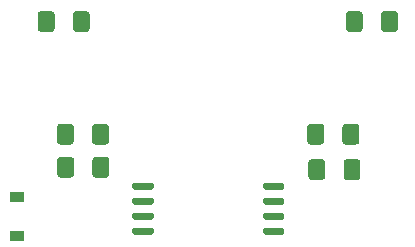
<source format=gtp>
G04 #@! TF.GenerationSoftware,KiCad,Pcbnew,(5.1.6)-1*
G04 #@! TF.CreationDate,2020-11-26T12:48:09+01:00*
G04 #@! TF.ProjectId,IsolationBarrier,49736f6c-6174-4696-9f6e-426172726965,rev?*
G04 #@! TF.SameCoordinates,Original*
G04 #@! TF.FileFunction,Paste,Top*
G04 #@! TF.FilePolarity,Positive*
%FSLAX46Y46*%
G04 Gerber Fmt 4.6, Leading zero omitted, Abs format (unit mm)*
G04 Created by KiCad (PCBNEW (5.1.6)-1) date 2020-11-26 12:48:09*
%MOMM*%
%LPD*%
G01*
G04 APERTURE LIST*
%ADD10R,1.200000X0.900000*%
G04 APERTURE END LIST*
G36*
G01*
X103946000Y-103528800D02*
X103946000Y-103228800D01*
G75*
G02*
X104096000Y-103078800I150000J0D01*
G01*
X105596000Y-103078800D01*
G75*
G02*
X105746000Y-103228800I0J-150000D01*
G01*
X105746000Y-103528800D01*
G75*
G02*
X105596000Y-103678800I-150000J0D01*
G01*
X104096000Y-103678800D01*
G75*
G02*
X103946000Y-103528800I0J150000D01*
G01*
G37*
G36*
G01*
X103946000Y-104798800D02*
X103946000Y-104498800D01*
G75*
G02*
X104096000Y-104348800I150000J0D01*
G01*
X105596000Y-104348800D01*
G75*
G02*
X105746000Y-104498800I0J-150000D01*
G01*
X105746000Y-104798800D01*
G75*
G02*
X105596000Y-104948800I-150000J0D01*
G01*
X104096000Y-104948800D01*
G75*
G02*
X103946000Y-104798800I0J150000D01*
G01*
G37*
G36*
G01*
X103946000Y-106068800D02*
X103946000Y-105768800D01*
G75*
G02*
X104096000Y-105618800I150000J0D01*
G01*
X105596000Y-105618800D01*
G75*
G02*
X105746000Y-105768800I0J-150000D01*
G01*
X105746000Y-106068800D01*
G75*
G02*
X105596000Y-106218800I-150000J0D01*
G01*
X104096000Y-106218800D01*
G75*
G02*
X103946000Y-106068800I0J150000D01*
G01*
G37*
G36*
G01*
X103946000Y-107338800D02*
X103946000Y-107038800D01*
G75*
G02*
X104096000Y-106888800I150000J0D01*
G01*
X105596000Y-106888800D01*
G75*
G02*
X105746000Y-107038800I0J-150000D01*
G01*
X105746000Y-107338800D01*
G75*
G02*
X105596000Y-107488800I-150000J0D01*
G01*
X104096000Y-107488800D01*
G75*
G02*
X103946000Y-107338800I0J150000D01*
G01*
G37*
G36*
G01*
X92896000Y-107338800D02*
X92896000Y-107038800D01*
G75*
G02*
X93046000Y-106888800I150000J0D01*
G01*
X94546000Y-106888800D01*
G75*
G02*
X94696000Y-107038800I0J-150000D01*
G01*
X94696000Y-107338800D01*
G75*
G02*
X94546000Y-107488800I-150000J0D01*
G01*
X93046000Y-107488800D01*
G75*
G02*
X92896000Y-107338800I0J150000D01*
G01*
G37*
G36*
G01*
X92896000Y-106068800D02*
X92896000Y-105768800D01*
G75*
G02*
X93046000Y-105618800I150000J0D01*
G01*
X94546000Y-105618800D01*
G75*
G02*
X94696000Y-105768800I0J-150000D01*
G01*
X94696000Y-106068800D01*
G75*
G02*
X94546000Y-106218800I-150000J0D01*
G01*
X93046000Y-106218800D01*
G75*
G02*
X92896000Y-106068800I0J150000D01*
G01*
G37*
G36*
G01*
X92896000Y-104798800D02*
X92896000Y-104498800D01*
G75*
G02*
X93046000Y-104348800I150000J0D01*
G01*
X94546000Y-104348800D01*
G75*
G02*
X94696000Y-104498800I0J-150000D01*
G01*
X94696000Y-104798800D01*
G75*
G02*
X94546000Y-104948800I-150000J0D01*
G01*
X93046000Y-104948800D01*
G75*
G02*
X92896000Y-104798800I0J150000D01*
G01*
G37*
G36*
G01*
X92896000Y-103528800D02*
X92896000Y-103228800D01*
G75*
G02*
X93046000Y-103078800I150000J0D01*
G01*
X94546000Y-103078800D01*
G75*
G02*
X94696000Y-103228800I0J-150000D01*
G01*
X94696000Y-103528800D01*
G75*
G02*
X94546000Y-103678800I-150000J0D01*
G01*
X93046000Y-103678800D01*
G75*
G02*
X92896000Y-103528800I0J150000D01*
G01*
G37*
D10*
X83121000Y-107583800D03*
X83121000Y-104283800D03*
G36*
G01*
X110680000Y-99608800D02*
X110680000Y-98358800D01*
G75*
G02*
X110930000Y-98108800I250000J0D01*
G01*
X111855000Y-98108800D01*
G75*
G02*
X112105000Y-98358800I0J-250000D01*
G01*
X112105000Y-99608800D01*
G75*
G02*
X111855000Y-99858800I-250000J0D01*
G01*
X110930000Y-99858800D01*
G75*
G02*
X110680000Y-99608800I0J250000D01*
G01*
G37*
G36*
G01*
X107705000Y-99608800D02*
X107705000Y-98358800D01*
G75*
G02*
X107955000Y-98108800I250000J0D01*
G01*
X108880000Y-98108800D01*
G75*
G02*
X109130000Y-98358800I0J-250000D01*
G01*
X109130000Y-99608800D01*
G75*
G02*
X108880000Y-99858800I-250000J0D01*
G01*
X107955000Y-99858800D01*
G75*
G02*
X107705000Y-99608800I0J250000D01*
G01*
G37*
G36*
G01*
X87933500Y-98358800D02*
X87933500Y-99608800D01*
G75*
G02*
X87683500Y-99858800I-250000J0D01*
G01*
X86758500Y-99858800D01*
G75*
G02*
X86508500Y-99608800I0J250000D01*
G01*
X86508500Y-98358800D01*
G75*
G02*
X86758500Y-98108800I250000J0D01*
G01*
X87683500Y-98108800D01*
G75*
G02*
X87933500Y-98358800I0J-250000D01*
G01*
G37*
G36*
G01*
X90908500Y-98358800D02*
X90908500Y-99608800D01*
G75*
G02*
X90658500Y-99858800I-250000J0D01*
G01*
X89733500Y-99858800D01*
G75*
G02*
X89483500Y-99608800I0J250000D01*
G01*
X89483500Y-98358800D01*
G75*
G02*
X89733500Y-98108800I250000J0D01*
G01*
X90658500Y-98108800D01*
G75*
G02*
X90908500Y-98358800I0J-250000D01*
G01*
G37*
G36*
G01*
X109217500Y-101358800D02*
X109217500Y-102608800D01*
G75*
G02*
X108967500Y-102858800I-250000J0D01*
G01*
X108042500Y-102858800D01*
G75*
G02*
X107792500Y-102608800I0J250000D01*
G01*
X107792500Y-101358800D01*
G75*
G02*
X108042500Y-101108800I250000J0D01*
G01*
X108967500Y-101108800D01*
G75*
G02*
X109217500Y-101358800I0J-250000D01*
G01*
G37*
G36*
G01*
X112192500Y-101358800D02*
X112192500Y-102608800D01*
G75*
G02*
X111942500Y-102858800I-250000J0D01*
G01*
X111017500Y-102858800D01*
G75*
G02*
X110767500Y-102608800I0J250000D01*
G01*
X110767500Y-101358800D01*
G75*
G02*
X111017500Y-101108800I250000J0D01*
G01*
X111942500Y-101108800D01*
G75*
G02*
X112192500Y-101358800I0J-250000D01*
G01*
G37*
G36*
G01*
X89508500Y-102408800D02*
X89508500Y-101158800D01*
G75*
G02*
X89758500Y-100908800I250000J0D01*
G01*
X90683500Y-100908800D01*
G75*
G02*
X90933500Y-101158800I0J-250000D01*
G01*
X90933500Y-102408800D01*
G75*
G02*
X90683500Y-102658800I-250000J0D01*
G01*
X89758500Y-102658800D01*
G75*
G02*
X89508500Y-102408800I0J250000D01*
G01*
G37*
G36*
G01*
X86533500Y-102408800D02*
X86533500Y-101158800D01*
G75*
G02*
X86783500Y-100908800I250000J0D01*
G01*
X87708500Y-100908800D01*
G75*
G02*
X87958500Y-101158800I0J-250000D01*
G01*
X87958500Y-102408800D01*
G75*
G02*
X87708500Y-102658800I-250000J0D01*
G01*
X86783500Y-102658800D01*
G75*
G02*
X86533500Y-102408800I0J250000D01*
G01*
G37*
G36*
G01*
X113944500Y-90068800D02*
X113944500Y-88818800D01*
G75*
G02*
X114194500Y-88568800I250000J0D01*
G01*
X115119500Y-88568800D01*
G75*
G02*
X115369500Y-88818800I0J-250000D01*
G01*
X115369500Y-90068800D01*
G75*
G02*
X115119500Y-90318800I-250000J0D01*
G01*
X114194500Y-90318800D01*
G75*
G02*
X113944500Y-90068800I0J250000D01*
G01*
G37*
G36*
G01*
X110969500Y-90068800D02*
X110969500Y-88818800D01*
G75*
G02*
X111219500Y-88568800I250000J0D01*
G01*
X112144500Y-88568800D01*
G75*
G02*
X112394500Y-88818800I0J-250000D01*
G01*
X112394500Y-90068800D01*
G75*
G02*
X112144500Y-90318800I-250000J0D01*
G01*
X111219500Y-90318800D01*
G75*
G02*
X110969500Y-90068800I0J250000D01*
G01*
G37*
G36*
G01*
X86305500Y-88818800D02*
X86305500Y-90068800D01*
G75*
G02*
X86055500Y-90318800I-250000J0D01*
G01*
X85130500Y-90318800D01*
G75*
G02*
X84880500Y-90068800I0J250000D01*
G01*
X84880500Y-88818800D01*
G75*
G02*
X85130500Y-88568800I250000J0D01*
G01*
X86055500Y-88568800D01*
G75*
G02*
X86305500Y-88818800I0J-250000D01*
G01*
G37*
G36*
G01*
X89280500Y-88818800D02*
X89280500Y-90068800D01*
G75*
G02*
X89030500Y-90318800I-250000J0D01*
G01*
X88105500Y-90318800D01*
G75*
G02*
X87855500Y-90068800I0J250000D01*
G01*
X87855500Y-88818800D01*
G75*
G02*
X88105500Y-88568800I250000J0D01*
G01*
X89030500Y-88568800D01*
G75*
G02*
X89280500Y-88818800I0J-250000D01*
G01*
G37*
M02*

</source>
